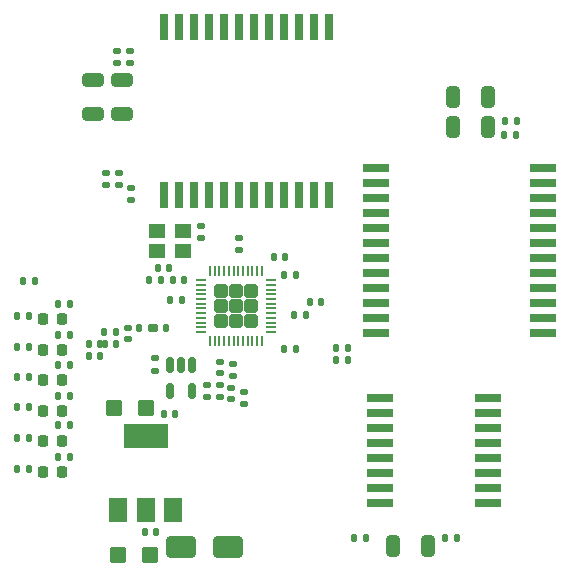
<source format=gbr>
%TF.GenerationSoftware,KiCad,Pcbnew,7.99.0-3012-g423a5b9961*%
%TF.CreationDate,2023-11-07T10:04:52-05:00*%
%TF.ProjectId,switch,73776974-6368-42e6-9b69-6361645f7063,rev?*%
%TF.SameCoordinates,Original*%
%TF.FileFunction,Paste,Top*%
%TF.FilePolarity,Positive*%
%FSLAX46Y46*%
G04 Gerber Fmt 4.6, Leading zero omitted, Abs format (unit mm)*
G04 Created by KiCad (PCBNEW 7.99.0-3012-g423a5b9961) date 2023-11-07 10:04:52*
%MOMM*%
%LPD*%
G01*
G04 APERTURE LIST*
G04 Aperture macros list*
%AMRoundRect*
0 Rectangle with rounded corners*
0 $1 Rounding radius*
0 $2 $3 $4 $5 $6 $7 $8 $9 X,Y pos of 4 corners*
0 Add a 4 corners polygon primitive as box body*
4,1,4,$2,$3,$4,$5,$6,$7,$8,$9,$2,$3,0*
0 Add four circle primitives for the rounded corners*
1,1,$1+$1,$2,$3*
1,1,$1+$1,$4,$5*
1,1,$1+$1,$6,$7*
1,1,$1+$1,$8,$9*
0 Add four rect primitives between the rounded corners*
20,1,$1+$1,$2,$3,$4,$5,0*
20,1,$1+$1,$4,$5,$6,$7,0*
20,1,$1+$1,$6,$7,$8,$9,0*
20,1,$1+$1,$8,$9,$2,$3,0*%
%AMFreePoly0*
4,1,25,0.421385,0.558514,0.441603,0.542221,0.542221,0.441603,0.575019,0.381538,0.577795,0.355720,0.577795,-0.355720,0.558514,-0.421385,0.542221,-0.441603,0.441603,-0.542221,0.381538,-0.575019,0.355720,-0.577795,-0.355720,-0.577795,-0.421385,-0.558514,-0.441603,-0.542221,-0.542221,-0.441603,-0.575019,-0.381538,-0.577795,-0.355720,-0.577795,0.355720,-0.558514,0.421385,-0.542221,0.441603,
-0.441603,0.542221,-0.381538,0.575019,-0.355720,0.577795,0.355720,0.577795,0.421385,0.558514,0.421385,0.558514,$1*%
G04 Aperture macros list end*
%ADD10RoundRect,0.135000X0.135000X0.185000X-0.135000X0.185000X-0.135000X-0.185000X0.135000X-0.185000X0*%
%ADD11RoundRect,0.218750X0.218750X0.256250X-0.218750X0.256250X-0.218750X-0.256250X0.218750X-0.256250X0*%
%ADD12RoundRect,0.140000X-0.140000X-0.170000X0.140000X-0.170000X0.140000X0.170000X-0.140000X0.170000X0*%
%ADD13RoundRect,0.135000X-0.135000X-0.185000X0.135000X-0.185000X0.135000X0.185000X-0.135000X0.185000X0*%
%ADD14R,2.290000X0.640000*%
%ADD15RoundRect,0.250000X-0.650000X0.325000X-0.650000X-0.325000X0.650000X-0.325000X0.650000X0.325000X0*%
%ADD16RoundRect,0.250000X0.450000X0.425000X-0.450000X0.425000X-0.450000X-0.425000X0.450000X-0.425000X0*%
%ADD17RoundRect,0.140000X0.140000X0.170000X-0.140000X0.170000X-0.140000X-0.170000X0.140000X-0.170000X0*%
%ADD18FreePoly0,180.000000*%
%ADD19RoundRect,0.050000X0.350000X0.050000X-0.350000X0.050000X-0.350000X-0.050000X0.350000X-0.050000X0*%
%ADD20RoundRect,0.050000X0.050000X0.350000X-0.050000X0.350000X-0.050000X-0.350000X0.050000X-0.350000X0*%
%ADD21RoundRect,0.135000X-0.185000X0.135000X-0.185000X-0.135000X0.185000X-0.135000X0.185000X0.135000X0*%
%ADD22RoundRect,0.140000X-0.170000X0.140000X-0.170000X-0.140000X0.170000X-0.140000X0.170000X0.140000X0*%
%ADD23RoundRect,0.150000X-0.150000X0.512500X-0.150000X-0.512500X0.150000X-0.512500X0.150000X0.512500X0*%
%ADD24RoundRect,0.135000X0.185000X-0.135000X0.185000X0.135000X-0.185000X0.135000X-0.185000X-0.135000X0*%
%ADD25RoundRect,0.140000X0.170000X-0.140000X0.170000X0.140000X-0.170000X0.140000X-0.170000X-0.140000X0*%
%ADD26RoundRect,0.250000X-1.000000X-0.650000X1.000000X-0.650000X1.000000X0.650000X-1.000000X0.650000X0*%
%ADD27R,1.500000X2.000000*%
%ADD28R,3.800000X2.000000*%
%ADD29R,0.750000X2.290000*%
%ADD30RoundRect,0.250000X0.325000X0.650000X-0.325000X0.650000X-0.325000X-0.650000X0.325000X-0.650000X0*%
%ADD31R,2.290000X0.750000*%
%ADD32R,1.400000X1.200000*%
G04 APERTURE END LIST*
D10*
%TO.C,R23*%
X148739200Y-85801200D03*
X147719200Y-85801200D03*
%TD*%
D11*
%TO.C,D5*%
X110236200Y-112852200D03*
X108661200Y-112852200D03*
%TD*%
D12*
%TO.C,C16*%
X119608600Y-99288600D03*
X120568600Y-99288600D03*
%TD*%
D13*
%TO.C,R12*%
X106447400Y-110032800D03*
X107467400Y-110032800D03*
%TD*%
D12*
%TO.C,C6*%
X112508400Y-104673400D03*
X113468400Y-104673400D03*
%TD*%
D14*
%TO.C,T3*%
X137144000Y-109220000D03*
X137144000Y-110490000D03*
X137144000Y-111760000D03*
X137144000Y-113030000D03*
X137144000Y-114300000D03*
X137144000Y-115570000D03*
X137144000Y-116840000D03*
X137144000Y-118110000D03*
X146304000Y-118110000D03*
X146304000Y-116840000D03*
X146304000Y-115570000D03*
X146304000Y-114300000D03*
X146304000Y-113030000D03*
X146304000Y-111760000D03*
X146304000Y-110490000D03*
X146304000Y-109220000D03*
%TD*%
D10*
%TO.C,R20*%
X110910800Y-114198400D03*
X109890800Y-114198400D03*
%TD*%
D15*
%TO.C,C32*%
X112874800Y-82282400D03*
X112874800Y-85232400D03*
%TD*%
D16*
%TO.C,C1*%
X117732800Y-122555000D03*
X115032800Y-122555000D03*
%TD*%
D17*
%TO.C,C2*%
X118234400Y-120599200D03*
X117274400Y-120599200D03*
%TD*%
D13*
%TO.C,R11*%
X106422000Y-107492800D03*
X107442000Y-107492800D03*
%TD*%
D18*
%TO.C,U3*%
X126242866Y-102727730D03*
X126242866Y-101461063D03*
X126242866Y-100194396D03*
X124976199Y-102727730D03*
X124976199Y-101461063D03*
X124976199Y-100194396D03*
X123709532Y-102727730D03*
X123709532Y-101461063D03*
X123709532Y-100194396D03*
D19*
X127926199Y-103661063D03*
X127926199Y-103261063D03*
X127926199Y-102861063D03*
X127926199Y-102461063D03*
X127926199Y-102061063D03*
X127926199Y-101661063D03*
X127926199Y-101261063D03*
X127926199Y-100861063D03*
X127926199Y-100461063D03*
X127926199Y-100061063D03*
X127926199Y-99661063D03*
X127926199Y-99261063D03*
D20*
X127176199Y-98511063D03*
X126776199Y-98511063D03*
X126376199Y-98511063D03*
X125976199Y-98511063D03*
X125576199Y-98511063D03*
X125176199Y-98511063D03*
X124776199Y-98511063D03*
X124376199Y-98511063D03*
X123976199Y-98511063D03*
X123576199Y-98511063D03*
X123176199Y-98511063D03*
X122776199Y-98511063D03*
D19*
X122026199Y-99261063D03*
X122026199Y-99661063D03*
X122026199Y-100061063D03*
X122026199Y-100461063D03*
X122026199Y-100861063D03*
X122026199Y-101261063D03*
X122026199Y-101661063D03*
X122026199Y-102061063D03*
X122026199Y-102461063D03*
X122026199Y-102861063D03*
X122026199Y-103261063D03*
X122026199Y-103661063D03*
D20*
X122776199Y-104411063D03*
X123176199Y-104411063D03*
X123576199Y-104411063D03*
X123976199Y-104411063D03*
X124376199Y-104411063D03*
X124776199Y-104411063D03*
X125176199Y-104411063D03*
X125576199Y-104411063D03*
X125976199Y-104411063D03*
X126376199Y-104411063D03*
X126776199Y-104411063D03*
X127176199Y-104411063D03*
%TD*%
D10*
%TO.C,R19*%
X110910800Y-111556800D03*
X109890800Y-111556800D03*
%TD*%
D21*
%TO.C,R21*%
X114932200Y-79894600D03*
X114932200Y-80914600D03*
%TD*%
D22*
%TO.C,C24*%
X116100600Y-91481600D03*
X116100600Y-92441600D03*
%TD*%
D12*
%TO.C,C18*%
X129082800Y-98856800D03*
X130042800Y-98856800D03*
%TD*%
%TO.C,C20*%
X118392000Y-98272600D03*
X119352000Y-98272600D03*
%TD*%
D10*
%TO.C,R25*%
X143720000Y-121056400D03*
X142700000Y-121056400D03*
%TD*%
D21*
%TO.C,R24*%
X116024400Y-79896600D03*
X116024400Y-80916600D03*
%TD*%
D17*
%TO.C,C26*%
X134442200Y-105003600D03*
X133482200Y-105003600D03*
%TD*%
D22*
%TO.C,C25*%
X115059200Y-90211600D03*
X115059200Y-91171600D03*
%TD*%
D13*
%TO.C,R14*%
X106472800Y-115290600D03*
X107492800Y-115290600D03*
%TD*%
D23*
%TO.C,U2*%
X121269800Y-106406100D03*
X120319800Y-106406100D03*
X119369800Y-106406100D03*
X119369800Y-108681100D03*
X121269800Y-108681100D03*
%TD*%
D11*
%TO.C,D3*%
X110210700Y-107746800D03*
X108635700Y-107746800D03*
%TD*%
D15*
%TO.C,C30*%
X115338600Y-82282400D03*
X115338600Y-85232400D03*
%TD*%
D17*
%TO.C,C12*%
X117755800Y-103327200D03*
X116795800Y-103327200D03*
%TD*%
%TO.C,C28*%
X135973800Y-121125400D03*
X135013800Y-121125400D03*
%TD*%
D24*
%TO.C,R5*%
X118084600Y-106912600D03*
X118084600Y-105892600D03*
%TD*%
D10*
%TO.C,R16*%
X110936200Y-103886000D03*
X109916200Y-103886000D03*
%TD*%
D25*
%TO.C,C19*%
X122004000Y-95651200D03*
X122004000Y-94691200D03*
%TD*%
D13*
%TO.C,R7*%
X119426800Y-100965000D03*
X120446800Y-100965000D03*
%TD*%
D12*
%TO.C,C23*%
X128196400Y-97332800D03*
X129156400Y-97332800D03*
%TD*%
D11*
%TO.C,D1*%
X110208600Y-102590600D03*
X108633600Y-102590600D03*
%TD*%
D17*
%TO.C,C11*%
X119053800Y-103327200D03*
X118093800Y-103327200D03*
%TD*%
D25*
%TO.C,C8*%
X123596400Y-109118400D03*
X123596400Y-108158400D03*
%TD*%
D10*
%TO.C,R18*%
X110910800Y-109067600D03*
X109890800Y-109067600D03*
%TD*%
D26*
%TO.C,D7*%
X120345200Y-121869200D03*
X124345200Y-121869200D03*
%TD*%
D13*
%TO.C,R4*%
X113817400Y-103632000D03*
X114837400Y-103632000D03*
%TD*%
D24*
%TO.C,R3*%
X113995200Y-91213400D03*
X113995200Y-90193400D03*
%TD*%
D10*
%TO.C,R17*%
X110908800Y-106451400D03*
X109888800Y-106451400D03*
%TD*%
D27*
%TO.C,U1*%
X115025200Y-118748695D03*
X117325200Y-118748695D03*
D28*
X117325200Y-112448695D03*
D27*
X119625200Y-118748695D03*
%TD*%
D22*
%TO.C,C14*%
X124739400Y-106403200D03*
X124739400Y-107363200D03*
%TD*%
D11*
%TO.C,D2*%
X110210600Y-105156000D03*
X108635600Y-105156000D03*
%TD*%
D29*
%TO.C,T1*%
X118858800Y-92012500D03*
X120128800Y-92012500D03*
X121398800Y-92012500D03*
X122668800Y-92012500D03*
X123938800Y-92012500D03*
X125208800Y-92012500D03*
X126478800Y-92012500D03*
X127748800Y-92012500D03*
X129018800Y-92012500D03*
X130288800Y-92012500D03*
X131558800Y-92012500D03*
X132828800Y-92012500D03*
X132828800Y-77802500D03*
X131558800Y-77802500D03*
X130288800Y-77802500D03*
X129018800Y-77802500D03*
X127748800Y-77802500D03*
X126478800Y-77802500D03*
X125208800Y-77802500D03*
X123938800Y-77802500D03*
X122668800Y-77802500D03*
X121398800Y-77802500D03*
X120128800Y-77802500D03*
X118858800Y-77802500D03*
%TD*%
D13*
%TO.C,R6*%
X117648800Y-99288600D03*
X118668800Y-99288600D03*
%TD*%
%TO.C,R9*%
X106424000Y-102336600D03*
X107444000Y-102336600D03*
%TD*%
D30*
%TO.C,C33*%
X146277000Y-83794600D03*
X143327000Y-83794600D03*
%TD*%
D12*
%TO.C,C7*%
X113852000Y-104673400D03*
X114812000Y-104673400D03*
%TD*%
%TO.C,C15*%
X129082800Y-105079800D03*
X130042800Y-105079800D03*
%TD*%
D10*
%TO.C,R22*%
X148713800Y-86944200D03*
X147693800Y-86944200D03*
%TD*%
D13*
%TO.C,R8*%
X129921000Y-102209600D03*
X130941000Y-102209600D03*
%TD*%
D11*
%TO.C,D4*%
X110232000Y-110312200D03*
X108657000Y-110312200D03*
%TD*%
D12*
%TO.C,C17*%
X131216400Y-101142800D03*
X132176400Y-101142800D03*
%TD*%
D31*
%TO.C,T2*%
X136800000Y-89763599D03*
X136800000Y-91033599D03*
X136800000Y-92303599D03*
X136800000Y-93573599D03*
X136800000Y-94843599D03*
X136800000Y-96113599D03*
X136800000Y-97383599D03*
X136800000Y-98653599D03*
X136800000Y-99923599D03*
X136800000Y-101193599D03*
X136800000Y-102463599D03*
X136800000Y-103733599D03*
X151010000Y-103733599D03*
X151010000Y-102463599D03*
X151010000Y-101193599D03*
X151010000Y-99923599D03*
X151010000Y-98653599D03*
X151010000Y-97383599D03*
X151010000Y-96113599D03*
X151010000Y-94843599D03*
X151010000Y-93573599D03*
X151010000Y-92303599D03*
X151010000Y-91033599D03*
X151010000Y-89763599D03*
%TD*%
D30*
%TO.C,C31*%
X146300600Y-86258400D03*
X143350600Y-86258400D03*
%TD*%
D25*
%TO.C,C9*%
X115807800Y-104261800D03*
X115807800Y-103301800D03*
%TD*%
%TO.C,C10*%
X124587000Y-109344400D03*
X124587000Y-108384400D03*
%TD*%
D13*
%TO.C,R13*%
X106451400Y-112598200D03*
X107471400Y-112598200D03*
%TD*%
D11*
%TO.C,D6*%
X110257600Y-115544600D03*
X108682600Y-115544600D03*
%TD*%
D17*
%TO.C,C27*%
X134442200Y-106019600D03*
X133482200Y-106019600D03*
%TD*%
D22*
%TO.C,C22*%
X125628400Y-108768000D03*
X125628400Y-109728000D03*
%TD*%
D25*
%TO.C,C21*%
X125272800Y-96672400D03*
X125272800Y-95712400D03*
%TD*%
D12*
%TO.C,C4*%
X118851800Y-110591600D03*
X119811800Y-110591600D03*
%TD*%
D10*
%TO.C,R15*%
X110936200Y-101269800D03*
X109916200Y-101269800D03*
%TD*%
D12*
%TO.C,C5*%
X112505800Y-105664000D03*
X113465800Y-105664000D03*
%TD*%
D16*
%TO.C,C3*%
X117354400Y-110109000D03*
X114654400Y-110109000D03*
%TD*%
D22*
%TO.C,C13*%
X123621800Y-106174600D03*
X123621800Y-107134600D03*
%TD*%
D30*
%TO.C,C29*%
X141256000Y-121742200D03*
X138306000Y-121742200D03*
%TD*%
D21*
%TO.C,R1*%
X122555000Y-108153200D03*
X122555000Y-109173200D03*
%TD*%
D32*
%TO.C,Y1*%
X120480000Y-95123000D03*
X118280000Y-95123000D03*
X118280000Y-96823000D03*
X120480000Y-96823000D03*
%TD*%
D13*
%TO.C,R2*%
X106930000Y-99314000D03*
X107950000Y-99314000D03*
%TD*%
%TO.C,R10*%
X106447400Y-104902000D03*
X107467400Y-104902000D03*
%TD*%
M02*

</source>
